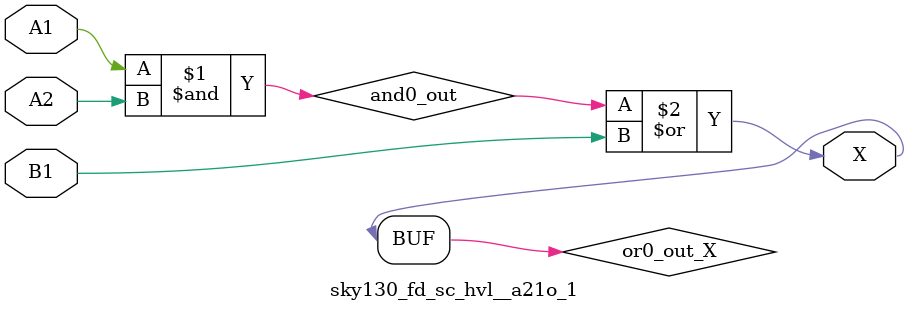
<source format=v>
/*
 * Copyright 2020 The SkyWater PDK Authors
 *
 * Licensed under the Apache License, Version 2.0 (the "License");
 * you may not use this file except in compliance with the License.
 * You may obtain a copy of the License at
 *
 *     https://www.apache.org/licenses/LICENSE-2.0
 *
 * Unless required by applicable law or agreed to in writing, software
 * distributed under the License is distributed on an "AS IS" BASIS,
 * WITHOUT WARRANTIES OR CONDITIONS OF ANY KIND, either express or implied.
 * See the License for the specific language governing permissions and
 * limitations under the License.
 *
 * SPDX-License-Identifier: Apache-2.0
*/


`ifndef SKY130_FD_SC_HVL__A21O_1_FUNCTIONAL_V
`define SKY130_FD_SC_HVL__A21O_1_FUNCTIONAL_V

/**
 * a21o: 2-input AND into first input of 2-input OR.
 *
 *       X = ((A1 & A2) | B1)
 *
 * Verilog simulation functional model.
 */

`timescale 1ns / 1ps
`default_nettype none

`celldefine
module sky130_fd_sc_hvl__a21o_1 (
    X ,
    A1,
    A2,
    B1
);

    // Module ports
    output X ;
    input  A1;
    input  A2;
    input  B1;

    // Local signals
    wire and0_out ;
    wire or0_out_X;

    //  Name  Output     Other arguments
    and and0 (and0_out , A1, A2         );
    or  or0  (or0_out_X, and0_out, B1   );
    buf buf0 (X        , or0_out_X      );

endmodule
`endcelldefine

`default_nettype wire
`endif  // SKY130_FD_SC_HVL__A21O_1_FUNCTIONAL_V

</source>
